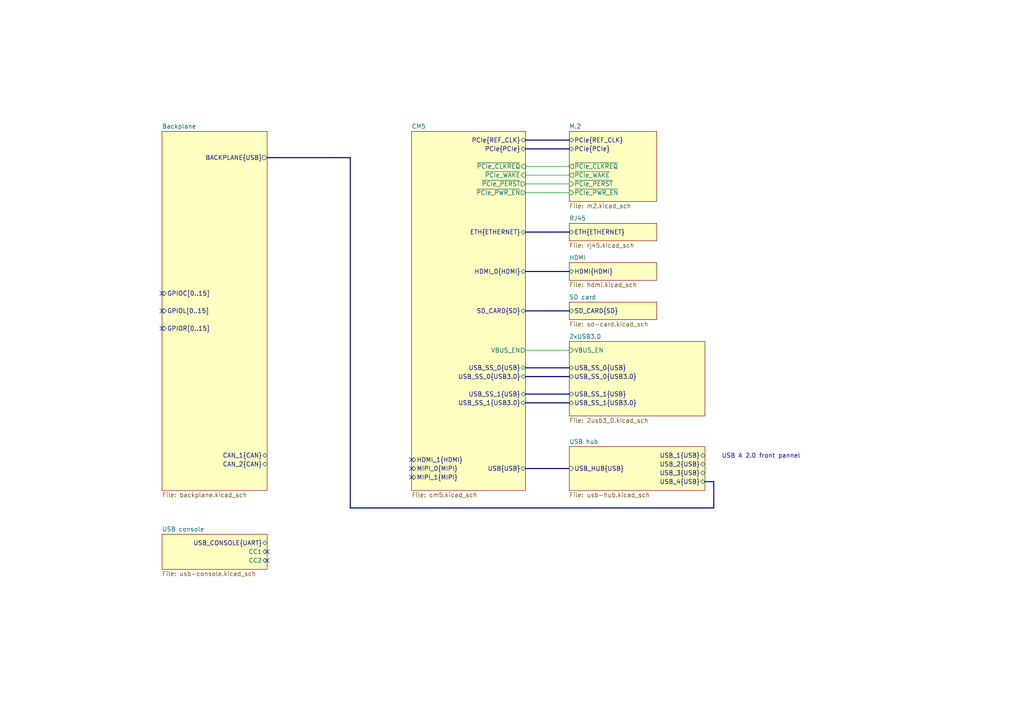
<source format=kicad_sch>
(kicad_sch
	(version 20250114)
	(generator "eeschema")
	(generator_version "9.0")
	(uuid "090a8e41-87a8-4fb1-998b-60a2c0dc4cee")
	(paper "A4")
	(title_block
		(title "ModuCard CM5 module")
		(date "2025-07-05")
		(rev "1.0.0")
		(company "KoNaR")
		(comment 1 "Project author: Dominik Pluta")
	)
	(lib_symbols)
	(bus_alias "CAN"
		(members "+" "-")
	)
	(text "USB A 2.0 front pannel"
		(exclude_from_sim no)
		(at 220.726 132.334 0)
		(effects
			(font
				(size 1.27 1.27)
			)
		)
		(uuid "c2e09e7f-26b0-4734-aed7-9fde46918f3d")
	)
	(no_connect
		(at 46.99 85.09)
		(uuid "225d1b4d-20a1-48d7-98fe-8709d91fa2b8")
	)
	(no_connect
		(at 77.47 162.56)
		(uuid "392a1796-2195-417a-be03-19bf108eab32")
	)
	(no_connect
		(at 46.99 90.17)
		(uuid "4102e771-06b2-46c5-8768-1c4b40e21eea")
	)
	(no_connect
		(at 119.38 135.89)
		(uuid "60209c94-f801-4eb6-9ea2-07592ec953ac")
	)
	(no_connect
		(at 77.47 160.02)
		(uuid "6a084065-89d3-4b4d-a5e8-80e0bfbb6a42")
	)
	(no_connect
		(at 119.38 133.35)
		(uuid "956fbf1f-7898-4082-aa0c-7a9cec485177")
	)
	(no_connect
		(at 119.38 138.43)
		(uuid "b0bacf73-187b-4da3-bb32-72523ccf0c58")
	)
	(no_connect
		(at 46.99 95.25)
		(uuid "b3c7e6b3-59d6-467d-a4c3-b7bb1d57cd13")
	)
	(bus
		(pts
			(xy 152.4 116.84) (xy 165.1 116.84)
		)
		(stroke
			(width 0)
			(type default)
		)
		(uuid "01d03c7c-e814-4202-82b5-6346dd8bdfba")
	)
	(bus
		(pts
			(xy 152.4 135.89) (xy 165.1 135.89)
		)
		(stroke
			(width 0)
			(type default)
		)
		(uuid "17df6d2e-044b-4441-8dc3-2b44bc8784ab")
	)
	(wire
		(pts
			(xy 152.4 50.8) (xy 165.1 50.8)
		)
		(stroke
			(width 0)
			(type default)
		)
		(uuid "216cd259-72a2-47d1-b614-9bd7a952fb8c")
	)
	(wire
		(pts
			(xy 152.4 48.26) (xy 165.1 48.26)
		)
		(stroke
			(width 0)
			(type default)
		)
		(uuid "2a832d19-ffa3-4333-badf-3c5bfd6cc02a")
	)
	(wire
		(pts
			(xy 152.4 55.88) (xy 165.1 55.88)
		)
		(stroke
			(width 0)
			(type default)
		)
		(uuid "3a95d467-a7c8-436e-a3e7-757d634c8eb1")
	)
	(bus
		(pts
			(xy 152.4 43.18) (xy 165.1 43.18)
		)
		(stroke
			(width 0)
			(type default)
		)
		(uuid "53feee22-0feb-46a1-8b6c-0a0c1fb751d4")
	)
	(bus
		(pts
			(xy 207.01 147.32) (xy 101.6 147.32)
		)
		(stroke
			(width 0)
			(type default)
		)
		(uuid "61c7969c-fa8b-4149-807c-04f1919b6146")
	)
	(bus
		(pts
			(xy 101.6 147.32) (xy 101.6 45.72)
		)
		(stroke
			(width 0)
			(type default)
		)
		(uuid "63f05505-6782-4265-995a-e5ace74749b6")
	)
	(bus
		(pts
			(xy 152.4 114.3) (xy 165.1 114.3)
		)
		(stroke
			(width 0)
			(type default)
		)
		(uuid "79935bc5-874a-432e-81c0-908dfe5ba116")
	)
	(bus
		(pts
			(xy 207.01 139.7) (xy 207.01 147.32)
		)
		(stroke
			(width 0)
			(type default)
		)
		(uuid "82cce9d2-3195-4ae7-bac7-5cc2940b248e")
	)
	(wire
		(pts
			(xy 152.4 53.34) (xy 165.1 53.34)
		)
		(stroke
			(width 0)
			(type default)
		)
		(uuid "8826207a-a9b3-4003-a612-e25823edb057")
	)
	(wire
		(pts
			(xy 152.4 101.6) (xy 165.1 101.6)
		)
		(stroke
			(width 0)
			(type default)
		)
		(uuid "8b087951-80f6-42d3-9c6f-284c609333d7")
	)
	(bus
		(pts
			(xy 152.4 67.31) (xy 165.1 67.31)
		)
		(stroke
			(width 0)
			(type default)
		)
		(uuid "a3acc37f-0393-4b62-8ddb-1a4deed9c2de")
	)
	(bus
		(pts
			(xy 152.4 106.68) (xy 165.1 106.68)
		)
		(stroke
			(width 0)
			(type default)
		)
		(uuid "c776e9aa-0693-44d1-a2c5-19d8ff88439f")
	)
	(bus
		(pts
			(xy 152.4 90.17) (xy 165.1 90.17)
		)
		(stroke
			(width 0)
			(type default)
		)
		(uuid "c8aecdec-6939-49ce-8f05-92f55b92fc5c")
	)
	(bus
		(pts
			(xy 152.4 109.22) (xy 165.1 109.22)
		)
		(stroke
			(width 0)
			(type default)
		)
		(uuid "d0aba36e-2e35-435c-bdf0-bb87af99cf0e")
	)
	(bus
		(pts
			(xy 152.4 78.74) (xy 165.1 78.74)
		)
		(stroke
			(width 0)
			(type default)
		)
		(uuid "d35074c6-0528-409c-9cc7-139c33a6f009")
	)
	(bus
		(pts
			(xy 204.47 139.7) (xy 207.01 139.7)
		)
		(stroke
			(width 0)
			(type default)
		)
		(uuid "d962dfed-99d1-4312-be84-53a35524b0a9")
	)
	(bus
		(pts
			(xy 101.6 45.72) (xy 77.47 45.72)
		)
		(stroke
			(width 0)
			(type default)
		)
		(uuid "e8cbb960-35b0-453a-a588-7245cc6fb73e")
	)
	(bus
		(pts
			(xy 152.4 40.64) (xy 165.1 40.64)
		)
		(stroke
			(width 0)
			(type default)
		)
		(uuid "ea2b10dd-d1e8-431e-ae30-cb192d85f9a8")
	)
	(sheet
		(at 46.99 154.94)
		(size 30.48 10.16)
		(exclude_from_sim no)
		(in_bom yes)
		(on_board yes)
		(dnp no)
		(fields_autoplaced yes)
		(stroke
			(width 0.1524)
			(type solid)
		)
		(fill
			(color 255 255 194 1.0000)
		)
		(uuid "05afd91b-987f-4955-bfc3-ea0accf4f845")
		(property "Sheetname" "USB console"
			(at 46.99 154.2284 0)
			(effects
				(font
					(size 1.27 1.27)
				)
				(justify left bottom)
			)
		)
		(property "Sheetfile" "usb-console.kicad_sch"
			(at 46.99 165.6846 0)
			(effects
				(font
					(size 1.27 1.27)
				)
				(justify left top)
			)
		)
		(pin "USB_CONSOLE{UART}" bidirectional
			(at 77.47 157.48 0)
			(uuid "2cccbcc9-54a0-4406-a922-41b2fe9c7a73")
			(effects
				(font
					(size 1.27 1.27)
				)
				(justify right)
			)
		)
		(pin "CC1" bidirectional
			(at 77.47 160.02 0)
			(uuid "9d0271c1-ca39-4348-840a-46740f39d7fe")
			(effects
				(font
					(size 1.27 1.27)
				)
				(justify right)
			)
		)
		(pin "CC2" bidirectional
			(at 77.47 162.56 0)
			(uuid "78a66863-5e05-4a67-b7c4-941ff3425af5")
			(effects
				(font
					(size 1.27 1.27)
				)
				(justify right)
			)
		)
		(instances
			(project "cm5-module"
				(path "/090a8e41-87a8-4fb1-998b-60a2c0dc4cee"
					(page "9")
				)
			)
		)
	)
	(sheet
		(at 165.1 38.1)
		(size 25.4 20.32)
		(exclude_from_sim no)
		(in_bom yes)
		(on_board yes)
		(dnp no)
		(fields_autoplaced yes)
		(stroke
			(width 0.1524)
			(type solid)
		)
		(fill
			(color 255 255 194 1.0000)
		)
		(uuid "18a4552b-ac02-46c8-954e-f58b32a322f0")
		(property "Sheetname" "M.2"
			(at 165.1 37.3884 0)
			(effects
				(font
					(size 1.27 1.27)
				)
				(justify left bottom)
			)
		)
		(property "Sheetfile" "m2.kicad_sch"
			(at 165.1 59.0046 0)
			(effects
				(font
					(size 1.27 1.27)
				)
				(justify left top)
			)
		)
		(pin "~{PCIe_CLKREQ}" output
			(at 165.1 48.26 180)
			(uuid "c3dd00d1-45a1-4af6-8c1d-1dd91d24205c")
			(effects
				(font
					(size 1.27 1.27)
				)
				(justify left)
			)
		)
		(pin "~{PCIe_PERST}" input
			(at 165.1 53.34 180)
			(uuid "7e5f8a7c-48a6-4504-8f3a-125da1143d96")
			(effects
				(font
					(size 1.27 1.27)
				)
				(justify left)
			)
		)
		(pin "~{PCIe_PWR_EN}" input
			(at 165.1 55.88 180)
			(uuid "8a7247ef-1130-4d3c-9f6f-919a4e82ef73")
			(effects
				(font
					(size 1.27 1.27)
				)
				(justify left)
			)
		)
		(pin "~{PCIe_WAKE}" output
			(at 165.1 50.8 180)
			(uuid "18f9e80e-72de-4a4e-8b1a-5e39eead02fb")
			(effects
				(font
					(size 1.27 1.27)
				)
				(justify left)
			)
		)
		(pin "PCIe{PCIe}" bidirectional
			(at 165.1 43.18 180)
			(uuid "9c841b6d-2e24-4ac1-8360-6074bc36122a")
			(effects
				(font
					(size 1.27 1.27)
				)
				(justify left)
			)
		)
		(pin "PCIe{REF_CLK}" bidirectional
			(at 165.1 40.64 180)
			(uuid "6fea758f-1e5e-452c-ab46-402312839be0")
			(effects
				(font
					(size 1.27 1.27)
				)
				(justify left)
			)
		)
		(instances
			(project "cm5-module"
				(path "/090a8e41-87a8-4fb1-998b-60a2c0dc4cee"
					(page "5")
				)
			)
		)
	)
	(sheet
		(at 165.1 129.54)
		(size 39.37 12.7)
		(exclude_from_sim no)
		(in_bom yes)
		(on_board yes)
		(dnp no)
		(fields_autoplaced yes)
		(stroke
			(width 0.1524)
			(type solid)
		)
		(fill
			(color 255 255 194 1.0000)
		)
		(uuid "4f95f4d3-6409-4bd0-9a25-1272a43f6549")
		(property "Sheetname" "USB hub"
			(at 165.1 128.8284 0)
			(effects
				(font
					(size 1.27 1.27)
				)
				(justify left bottom)
			)
		)
		(property "Sheetfile" "usb-hub.kicad_sch"
			(at 165.1 142.8246 0)
			(effects
				(font
					(size 1.27 1.27)
				)
				(justify left top)
			)
		)
		(pin "USB_1{USB}" bidirectional
			(at 204.47 132.08 0)
			(uuid "30467a9c-45d1-46e9-b2b9-75e957a3039f")
			(effects
				(font
					(size 1.27 1.27)
				)
				(justify right)
			)
		)
		(pin "USB_2{USB}" bidirectional
			(at 204.47 134.62 0)
			(uuid "f32b9ff3-8fa0-4114-9a0b-b3b16cb1e318")
			(effects
				(font
					(size 1.27 1.27)
				)
				(justify right)
			)
		)
		(pin "USB_3{USB}" bidirectional
			(at 204.47 137.16 0)
			(uuid "2d699e68-d803-4f98-85c7-67ceef0bd841")
			(effects
				(font
					(size 1.27 1.27)
				)
				(justify right)
			)
		)
		(pin "USB_4{USB}" bidirectional
			(at 204.47 139.7 0)
			(uuid "740d81eb-9629-4b85-9985-423da82270aa")
			(effects
				(font
					(size 1.27 1.27)
				)
				(justify right)
			)
		)
		(pin "USB_HUB{USB}" input
			(at 165.1 135.89 180)
			(uuid "5773949c-3432-4aeb-bd9a-edb45495b180")
			(effects
				(font
					(size 1.27 1.27)
				)
				(justify left)
			)
		)
		(instances
			(project "cm5-module"
				(path "/090a8e41-87a8-4fb1-998b-60a2c0dc4cee"
					(page "10")
				)
			)
		)
	)
	(sheet
		(at 165.1 99.06)
		(size 39.37 21.59)
		(exclude_from_sim no)
		(in_bom yes)
		(on_board yes)
		(dnp no)
		(fields_autoplaced yes)
		(stroke
			(width 0.1524)
			(type solid)
		)
		(fill
			(color 255 255 194 1.0000)
		)
		(uuid "658b004a-eb7c-4ad1-a8df-d1cd97b62092")
		(property "Sheetname" "2xUSB3.0"
			(at 165.1 98.3484 0)
			(effects
				(font
					(size 1.27 1.27)
				)
				(justify left bottom)
			)
		)
		(property "Sheetfile" "2usb3_0.kicad_sch"
			(at 165.1 121.2346 0)
			(effects
				(font
					(size 1.27 1.27)
				)
				(justify left top)
			)
		)
		(pin "USB_SS_0{USB3.0}" bidirectional
			(at 165.1 109.22 180)
			(uuid "409192ea-b3bc-4f5c-9fab-d30d11562f9c")
			(effects
				(font
					(size 1.27 1.27)
				)
				(justify left)
			)
		)
		(pin "USB_SS_0{USB}" bidirectional
			(at 165.1 106.68 180)
			(uuid "8dc65c93-923d-46ac-a14f-c775f46cb2da")
			(effects
				(font
					(size 1.27 1.27)
				)
				(justify left)
			)
		)
		(pin "USB_SS_1{USB3.0}" bidirectional
			(at 165.1 116.84 180)
			(uuid "e621ff74-7a96-4ed5-8a8b-a8149e8583f9")
			(effects
				(font
					(size 1.27 1.27)
				)
				(justify left)
			)
		)
		(pin "USB_SS_1{USB}" bidirectional
			(at 165.1 114.3 180)
			(uuid "c099b521-3f0e-448f-97f7-0e824a4694b6")
			(effects
				(font
					(size 1.27 1.27)
				)
				(justify left)
			)
		)
		(pin "VBUS_EN" input
			(at 165.1 101.6 180)
			(uuid "66bc18b5-1e71-401d-b929-38f7a74e758b")
			(effects
				(font
					(size 1.27 1.27)
				)
				(justify left)
			)
		)
		(instances
			(project "cm5-module"
				(path "/090a8e41-87a8-4fb1-998b-60a2c0dc4cee"
					(page "7")
				)
			)
		)
	)
	(sheet
		(at 165.1 76.2)
		(size 25.4 5.08)
		(exclude_from_sim no)
		(in_bom yes)
		(on_board yes)
		(dnp no)
		(fields_autoplaced yes)
		(stroke
			(width 0.1524)
			(type solid)
		)
		(fill
			(color 255 255 194 1.0000)
		)
		(uuid "ad3d5826-cab5-4231-8219-c7d7eaea11f6")
		(property "Sheetname" "HDMI"
			(at 165.1 75.4884 0)
			(effects
				(font
					(size 1.27 1.27)
				)
				(justify left bottom)
			)
		)
		(property "Sheetfile" "hdmi.kicad_sch"
			(at 165.1 81.8646 0)
			(effects
				(font
					(size 1.27 1.27)
				)
				(justify left top)
			)
		)
		(pin "HDMI{HDMI}" bidirectional
			(at 165.1 78.74 180)
			(uuid "80b6e438-65c3-486b-9f13-017c3b897148")
			(effects
				(font
					(size 1.27 1.27)
				)
				(justify left)
			)
		)
		(instances
			(project "cm5-module"
				(path "/090a8e41-87a8-4fb1-998b-60a2c0dc4cee"
					(page "8")
				)
			)
		)
	)
	(sheet
		(at 165.1 64.77)
		(size 25.4 5.08)
		(exclude_from_sim no)
		(in_bom yes)
		(on_board yes)
		(dnp no)
		(fields_autoplaced yes)
		(stroke
			(width 0.1524)
			(type solid)
		)
		(fill
			(color 255 255 194 1.0000)
		)
		(uuid "dd50f821-f925-406c-ae05-a2a500dfc6d6")
		(property "Sheetname" "RJ45"
			(at 165.1 64.0584 0)
			(effects
				(font
					(size 1.27 1.27)
				)
				(justify left bottom)
			)
		)
		(property "Sheetfile" "rj45.kicad_sch"
			(at 165.1 70.4346 0)
			(effects
				(font
					(size 1.27 1.27)
				)
				(justify left top)
			)
		)
		(pin "ETH{ETHERNET}" bidirectional
			(at 165.1 67.31 180)
			(uuid "d0405e40-80fa-4dc6-a201-b7df51c9d6d1")
			(effects
				(font
					(size 1.27 1.27)
				)
				(justify left)
			)
		)
		(instances
			(project "cm5-module"
				(path "/090a8e41-87a8-4fb1-998b-60a2c0dc4cee"
					(page "6")
				)
			)
		)
	)
	(sheet
		(at 165.1 87.63)
		(size 25.4 5.08)
		(exclude_from_sim no)
		(in_bom yes)
		(on_board yes)
		(dnp no)
		(fields_autoplaced yes)
		(stroke
			(width 0.1524)
			(type solid)
		)
		(fill
			(color 255 255 194 1.0000)
		)
		(uuid "df5d742e-fec8-4307-bd86-008404d5e8ea")
		(property "Sheetname" "SD card"
			(at 165.1 86.9184 0)
			(effects
				(font
					(size 1.27 1.27)
				)
				(justify left bottom)
			)
		)
		(property "Sheetfile" "sd-card.kicad_sch"
			(at 165.1 93.2946 0)
			(effects
				(font
					(size 1.27 1.27)
				)
				(justify left top)
			)
		)
		(pin "SD_CARD{SD}" bidirectional
			(at 165.1 90.17 180)
			(uuid "e115b39e-9d9e-4bc8-87e7-8a45927cd3e7")
			(effects
				(font
					(size 1.27 1.27)
				)
				(justify left)
			)
		)
		(instances
			(project "cm5-module"
				(path "/090a8e41-87a8-4fb1-998b-60a2c0dc4cee"
					(page "13")
				)
			)
		)
	)
	(sheet
		(at 119.38 38.1)
		(size 33.02 104.14)
		(exclude_from_sim no)
		(in_bom yes)
		(on_board yes)
		(dnp no)
		(fields_autoplaced yes)
		(stroke
			(width 0.1524)
			(type solid)
		)
		(fill
			(color 255 255 194 1.0000)
		)
		(uuid "dfbce24a-51ce-450d-9d41-776080287e8b")
		(property "Sheetname" "CM5"
			(at 119.38 37.3884 0)
			(effects
				(font
					(size 1.27 1.27)
				)
				(justify left bottom)
			)
		)
		(property "Sheetfile" "cm5.kicad_sch"
			(at 119.38 142.8246 0)
			(effects
				(font
					(size 1.27 1.27)
				)
				(justify left top)
			)
		)
		(pin "USB{USB}" bidirectional
			(at 152.4 135.89 0)
			(uuid "0317c734-363e-410b-92bb-bf51771ce94a")
			(effects
				(font
					(size 1.27 1.27)
				)
				(justify right)
			)
		)
		(pin "ETH{ETHERNET}" bidirectional
			(at 152.4 67.31 0)
			(uuid "9fd0a9a8-d3d0-4514-bd06-cbd6d24fec0c")
			(effects
				(font
					(size 1.27 1.27)
				)
				(justify right)
			)
		)
		(pin "SD_CARD{SD}" bidirectional
			(at 152.4 90.17 0)
			(uuid "15b0dad4-60f1-443c-9c8a-dfdbdd7a0451")
			(effects
				(font
					(size 1.27 1.27)
				)
				(justify right)
			)
		)
		(pin "USB_SS_0{USB}" bidirectional
			(at 152.4 106.68 0)
			(uuid "761dc7d7-eee3-44f3-959a-c9e17cfc33e6")
			(effects
				(font
					(size 1.27 1.27)
				)
				(justify right)
			)
		)
		(pin "USB_SS_0{USB3.0}" bidirectional
			(at 152.4 109.22 0)
			(uuid "dec6ac4a-269b-428c-a57b-a7586a42419a")
			(effects
				(font
					(size 1.27 1.27)
				)
				(justify right)
			)
		)
		(pin "USB_SS_1{USB}" bidirectional
			(at 152.4 114.3 0)
			(uuid "32f6256d-a4df-413d-a861-6cb0e10de301")
			(effects
				(font
					(size 1.27 1.27)
				)
				(justify right)
			)
		)
		(pin "USB_SS_1{USB3.0}" bidirectional
			(at 152.4 116.84 0)
			(uuid "2d0c6086-7cd3-4588-ab84-24aa53c64bfe")
			(effects
				(font
					(size 1.27 1.27)
				)
				(justify right)
			)
		)
		(pin "VBUS_EN" output
			(at 152.4 101.6 0)
			(uuid "348c3491-9865-4f33-b60d-6026187c854f")
			(effects
				(font
					(size 1.27 1.27)
				)
				(justify right)
			)
		)
		(pin "HDMI_1{HDMI}" bidirectional
			(at 119.38 133.35 180)
			(uuid "fd653337-7f06-4555-b837-ae658c508ba0")
			(effects
				(font
					(size 1.27 1.27)
				)
				(justify left)
			)
		)
		(pin "HDMI_0{HDMI}" bidirectional
			(at 152.4 78.74 0)
			(uuid "1b217941-9bf1-4911-88a3-56db4b350850")
			(effects
				(font
					(size 1.27 1.27)
				)
				(justify right)
			)
		)
		(pin "MIPI_0{MIPI}" bidirectional
			(at 119.38 135.89 180)
			(uuid "22d5037a-e69a-4b25-abd2-bd4c8544c332")
			(effects
				(font
					(size 1.27 1.27)
				)
				(justify left)
			)
		)
		(pin "MIPI_1{MIPI}" bidirectional
			(at 119.38 138.43 180)
			(uuid "f9bb2cb9-5d38-48d8-ab89-24854c4cffd0")
			(effects
				(font
					(size 1.27 1.27)
				)
				(justify left)
			)
		)
		(pin "PCIe{PCIe}" bidirectional
			(at 152.4 43.18 0)
			(uuid "59e5f086-1412-4007-a12a-39f129d7cc52")
			(effects
				(font
					(size 1.27 1.27)
				)
				(justify right)
			)
		)
		(pin "PCIe{REF_CLK}" bidirectional
			(at 152.4 40.64 0)
			(uuid "c181ab35-867d-4097-8e46-9e4f109f31c2")
			(effects
				(font
					(size 1.27 1.27)
				)
				(justify right)
			)
		)
		(pin "~{PCIe_CLKREQ}" input
			(at 152.4 48.26 0)
			(uuid "7a02d109-d353-4109-a0ff-d329c05ab5ce")
			(effects
				(font
					(size 1.27 1.27)
				)
				(justify right)
			)
		)
		(pin "~{PCIe_PERST}" output
			(at 152.4 53.34 0)
			(uuid "dc1834ff-ce3f-41d2-926f-99cddc62f703")
			(effects
				(font
					(size 1.27 1.27)
				)
				(justify right)
			)
		)
		(pin "~{PCIe_PWR_EN}" output
			(at 152.4 55.88 0)
			(uuid "1a75aaac-fa01-4a03-82e0-1be8a30dee30")
			(effects
				(font
					(size 1.27 1.27)
				)
				(justify right)
			)
		)
		(pin "~{PCIe_WAKE}" input
			(at 152.4 50.8 0)
			(uuid "7b2af905-8276-4b86-94ae-c183742a8a78")
			(effects
				(font
					(size 1.27 1.27)
				)
				(justify right)
			)
		)
		(instances
			(project "cm5-module"
				(path "/090a8e41-87a8-4fb1-998b-60a2c0dc4cee"
					(page "3")
				)
			)
		)
	)
	(sheet
		(at 46.99 38.1)
		(size 30.48 104.14)
		(exclude_from_sim no)
		(in_bom yes)
		(on_board yes)
		(dnp no)
		(fields_autoplaced yes)
		(stroke
			(width 0.1524)
			(type solid)
		)
		(fill
			(color 255 255 194 1.0000)
		)
		(uuid "ff3476d7-2f10-4f79-9864-988601c7ce1b")
		(property "Sheetname" "Backplane"
			(at 46.99 37.3884 0)
			(effects
				(font
					(size 1.27 1.27)
				)
				(justify left bottom)
			)
		)
		(property "Sheetfile" "backplane.kicad_sch"
			(at 46.99 142.8246 0)
			(effects
				(font
					(size 1.27 1.27)
				)
				(justify left top)
			)
		)
		(pin "GPIOC[0..15]" input
			(at 46.99 85.09 180)
			(uuid "590059fb-ce6b-4594-a8d9-5ea16c12e994")
			(effects
				(font
					(size 1.27 1.27)
				)
				(justify left)
			)
		)
		(pin "GPIOL[0..15]" input
			(at 46.99 90.17 180)
			(uuid "1244bff8-cc00-45c3-ad70-38099735e42f")
			(effects
				(font
					(size 1.27 1.27)
				)
				(justify left)
			)
		)
		(pin "GPIOR[0..15]" input
			(at 46.99 95.25 180)
			(uuid "78f6447e-cc35-4bff-9181-e28e763cd973")
			(effects
				(font
					(size 1.27 1.27)
				)
				(justify left)
			)
		)
		(pin "BACKPLANE{USB}" output
			(at 77.47 45.72 0)
			(uuid "de418b66-6533-4278-9c6e-995fea317169")
			(effects
				(font
					(size 1.27 1.27)
				)
				(justify right)
			)
		)
		(pin "CAN_1{CAN}" bidirectional
			(at 77.47 132.08 0)
			(uuid "ecae54e7-0245-4dd4-addd-5a25277b24a4")
			(effects
				(font
					(size 1.27 1.27)
				)
				(justify right)
			)
		)
		(pin "CAN_2{CAN}" bidirectional
			(at 77.47 134.62 0)
			(uuid "b0320130-e740-4a27-b02f-901dd81c2703")
			(effects
				(font
					(size 1.27 1.27)
				)
				(justify right)
			)
		)
		(instances
			(project "cm5-module"
				(path "/090a8e41-87a8-4fb1-998b-60a2c0dc4cee"
					(page "2")
				)
			)
		)
	)
	(sheet_instances
		(path "/"
			(page "1")
		)
	)
	(embedded_fonts no)
)

</source>
